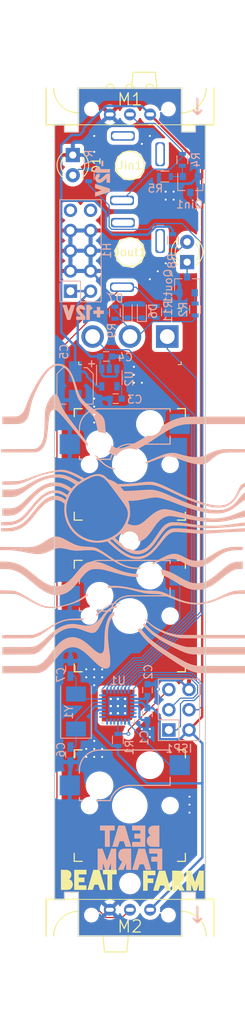
<source format=kicad_pcb>
(kicad_pcb (version 20221018) (generator pcbnew)
  (layers (0 "F.Cu" signal) (31 "B.Cu" signal) (36 "B.SilkS" user "B.Silkscreen") (37 "F.SilkS" user "F.Silkscreen") (38 "B.Mask" user) (39 "F.Mask" user) (44 "Edge.Cuts" user))
  (net 0 "")
  (net 1 "/OUT_GATE")
  (net 2 "/OUT_TRIGGER")
  (net 3 "/IN_SIGNAL")
  (net 4 "/BTN_CLR")
  (net 5 "GND")
  (net 6 "Net-(D1-Pad2)")
  (net 7 "Net-(D6-Pad1)")
  (net 8 "+5V")
  (net 9 "/RAW_SIGNAL")
  (net 10 "/IN_LED")
  (net 11 "/BTN_IN")
  (net 12 "Net-(C3-Pad1)")
  (net 13 "+12V")
  (net 14 "/BTN_REC")
  (net 15 "Net-(Dout1-Pad2)")
  (net 16 "Net-(Dout1-Pad1)")
  (net 17 "/ISP_RST")
  (net 18 "/ISP_MOSI")
  (net 19 "/ISP_SCK")
  (net 20 "/ISP_MISO")
  (net 21 "/OUTPUT")
  (net 22 "Net-(Qin1-Pad1)")
  (net 23 "Net-(Qout1-Pad1)")
  (net 24 "/RAW_OUTPUT")
  (net 25 "Net-(U1-Pad27)")
  (net 26 "Net-(U1-Pad26)")
  (net 27 "Net-(U1-Pad24)")
  (net 28 "Net-(U1-Pad23)")
  (net 29 "Net-(U1-Pad21)")
  (net 30 "Net-(U1-Pad20)")
  (net 31 "Net-(U1-Pad19)")
  (net 32 "Net-(C6-Pad2)")
  (net 33 "Net-(C7-Pad2)")
  (net 34 "Net-(H1-Pad9)")
  (net 35 "Net-(H1-Pad10)")
  (net 36 "Net-(U1-Pad2)")
  (net 37 "Net-(U1-Pad1)")
  (net 38 "Net-(U1-Pad28)")
  (footprint "chillpizza:LITTLE_BITS_MALE" (layer "F.Cu") (at 109.5 50 180)
    (fp_text reference "M1")
    (fp_text value "LITTLEBITS_MALE" hide)
  )
  (footprint "chillpizza:LITTLE_BITS_FEMALE" (layer "F.Cu") (at 109.5 156.5)
    (fp_text reference "M2")
    (fp_text value "LITTLEBITS_FEMALE" hide)
  )
  (footprint "MountingHole:MountingHole_2.2mm_M2" (layer "F.Cu") (at 109.5 149.91)
    (fp_text reference "REF**" hide)
    (fp_text value "MountingHole_2.2mm_M2")
  )
  (footprint "LEDs:LED_D3.0mm_FlatTop" (layer "F.Cu") (at 102.3 58.4 -90)
    (fp_text reference "D1")
    (fp_text value "LED")
  )
  (footprint "MountingHole:MountingHole_2.2mm_M2" (layer "F.Cu") (at 109.48 106.78)
    (fp_text reference "REF**" hide)
    (fp_text value "MountingHole_2.2mm_M2")
  )
  (footprint "chillpizza:Kailh_socket_MX_1.5v" (layer "F.Cu") (at 109.48 140.12)
    (fp_text reference "bin1" hide)
    (fp_text value "SW_SPST")
  )
  (footprint "chillpizza:Kailh_socket_MX" (layer "F.Cu") (at 109.48 116.3075)
    (fp_text reference "brec1" hide)
    (fp_text value "SW_SPST")
  )
  (footprint "chillpizza:schurter_3.5mm_mono_audio" (layer "F.Cu") (at 109.5 70.6 180)
    (fp_text reference "Jout1")
    (fp_text value "Thonk" hide)
  )
  (footprint "LEDs:LED_D3.0mm_FlatTop" (layer "F.Cu") (at 116.7 71.85 90)
    (fp_text reference "Dout1" hide)
    (fp_text value "LED")
  )
  (footprint "chillpizza:schurter_3.5mm_mono_audio" (layer "F.Cu") (at 109.5 59.7 180)
    (fp_text reference "Jin1")
    (fp_text value "Thonk" hide)
  )
  (footprint "chillpizza:Kailh_socket_MX" (layer "F.Cu") (at 109.48 97.2575)
    (fp_text reference "bclr1" hide)
    (fp_text value "SW_SPST")
  )
  (footprint "chillpizza:beat farm m2 split horizontal" (layer "F.Cu") (at 109.8 149.5)
    (fp_text reference "G***" hide)
    (fp_text value "LOGO" hide)
  )
  (footprint "digikey-footprints:Toggle_Switch_100SP1T1B4M2QE" (layer "F.Cu") (at 114.2 81.2 180)
    (fp_text reference "SELout1" hide)
    (fp_text value "SW_SPDT")
  )
  (footprint "Resistors_SMD:R_0603" (layer "B.Cu") (at 114.9 69.1 -90)
    (fp_text reference "R8")
    (fp_text value "1k")
  )
  (footprint "Resistors_SMD:R_0603" (layer "B.Cu") (at 104.3 60.95 90)
    (fp_text reference "R7")
    (fp_text value "1k")
  )
  (footprint "TO_SOT_Packages_SMD:SOT-23" (layer "B.Cu") (at 117.1 62.1 -90)
    (fp_text reference "Qin1")
    (fp_text value "MMBT3904")
  )
  (footprint "Resistors_SMD:R_0603" (layer "B.Cu") (at 113.9 61.1)
    (fp_text reference "R5")
    (fp_text value "1M")
  )
  (footprint "Resistors_SMD:R_0603" (layer "B.Cu") (at 116.1 59 90)
    (fp_text reference "R4")
    (fp_text value "100k")
  )
  (footprint "Crystals:Crystal_SMD_0603-2pin_6.0x3.5mm" (layer "B.Cu") (at 102.7 128.3 90)
    (fp_text reference "Y1")
    (fp_text value "20MHz")
  )
  (footprint "Package_DFN_QFN:VQFN-28-1EP_4x4mm_P0.45mm_EP2.4x2.4mm_ThermalVias" (layer "B.Cu") (at 107.98 127.62)
    (fp_text reference "U1")
    (fp_text value "ATmega328-MMH")
  )
  (footprint "Resistors_SMD:R_0603" (layer "B.Cu") (at 107.98 131.87 90)
    (fp_text reference "R1")
    (fp_text value "10kΩ")
  )
  (footprint "Pin_Headers:Pin_Header_Straight_2x03_Pitch2.54mm" (layer "B.Cu") (at 114.4 130.62)
    (fp_text reference "ISP1")
    (fp_text value "AVR-ISP-6")
  )
  (footprint "Capacitors_SMD:C_0603_HandSoldering" (layer "B.Cu") (at 102 122.9 -90)
    (fp_text reference "C7")
    (fp_text value "30pF")
  )
  (footprint "Capacitors_SMD:C_0603_HandSoldering" (layer "B.Cu") (at 102 133.7 90)
    (fp_text reference "C6")
    (fp_text value "30pF")
  )
  (footprint "Capacitors_SMD:C_0603" (layer "B.Cu") (at 111.7 125.62 -90)
    (fp_text reference "C2")
    (fp_text value "0.1μF")
  )
  (footprint "chillpizza:beat_love_waves" (layer "B.Cu") (at 108.565 104.046 180)
    (fp_text reference "G***" hide)
    (fp_text value "LOGO" hide)
  )
  (footprint "chillpizza:beat_love_sticker" (layer "B.Cu") (at 108.565 104.046 180)
    (fp_text reference "G***" hide)
    (fp_text value "LOGO" hide)
  )
  (footprint "Connector_PinHeader_2.54mm:PinHeader_2x05_P2.54mm_Vertical" (layer "B.Cu") (at 102 75.5)
    (fp_text reference "H1")
    (fp_text value "EURO_PWR_2x5")
  )
  (footprint "Resistors_SMD:R_0603" (layer "B.Cu") (at 112.8 78.1 -90)
    (fp_text reference "R11")
    (fp_text value "1k")
  )
  (footprint "Resistors_SMD:R_0603" (layer "B.Cu") (at 107.6 78.2 -90)
    (fp_text reference "R9")
    (fp_text value "1k")
  )
  (footprint "Resistors_SMD:R_0603" (layer "B.Cu") (at 117.7 77.8 90)
    (fp_text reference "R2")
    (fp_text value "100k")
  )
  (footprint "Diodes_SMD:D_0603" (layer "B.Cu") (at 109.2 78 90)
    (fp_text reference "D7")
    (fp_text value "D_Schottky")
  )
  (footprint "TO_SOT_Packages_SMD:SOT-23" (layer "B.Cu") (at 116.7 74.7 90)
    (fp_text reference "Qout1")
    (fp_text value "MMBT3904")
  )
  (footprint "Capacitors_SMD:CP_Elec_4x4.5" (layer "B.Cu") (at 102.6 87.4 -90)
    (fp_text reference "C5")
    (fp_text value "2.2μF")
  )
  (footprint "Capacitors_SMD:C_0603" (layer "B.Cu") (at 106.5 83.7)
    (fp_text reference "C4")
    (fp_text value "1μF")
  )
  (footprint "Capacitors_SMD:C_0603" (layer "B.Cu") (at 107.7 89 180)
    (fp_text reference "C3")
    (fp_text value "470pF")
  )
  (footprint "Capacitors_SMD:C_0603" (layer "B.Cu") (at 111.7 128.62 90)
    (fp_text reference "C1")
    (fp_text value "10μF")
  )
  (footprint "chillpizza:10-pin euro power label" (layer "B.Cu") (at 104 69.1 180)
    (fp_text reference "G***" hide)
    (fp_text value "LOGO" hide)
  )
  (footprint "chillpizza:beat farm vertical whole" (layer "B.Cu") (at 109.5 145.4 180)
    (fp_text reference "G***" hide)
    (fp_text value "LOGO" hide)
  )
  (footprint "TO_SOT_Packages_SMD:SOT-23-5" (layer "B.Cu") (at 106.9 86.35 -90)
    (fp_text reference "U2")
    (fp_text value "MIC5219-5.0YM5")
  )
  (footprint "Diodes_SMD:D_0603" (layer "B.Cu") (at 111 78 90)
    (fp_text reference "D6")
    (fp_text value "D_Zener")
  )
  (gr_poly (pts (xy 110 128.6) (xy 109.7 129.3) (xy 109.2 129.5) (xy 106 129.5) (xy 106 125.6) (xy 110 125.6)) (stroke (width 0.1)) (fill solid) (layer "F.Cu"))
  (gr_line (start 119 54.6) (end 119 151.9) (stroke (width 0.15)) (layer "Edge.Cuts"))
  (gr_line (start 116 156.5) (end 103 156.5) (stroke (width 0.15)) (layer "Edge.Cuts"))
  (gr_line (start 116 54.6) (end 116 55.5) (stroke (width 0.15)) (layer "Edge.Cuts"))
  (gr_line (start 116 151.9) (end 116 151) (stroke (width 0.15)) (layer "Edge.Cuts"))
  (gr_line (start 103 151.9) (end 103 151) (stroke (width 0.15)) (layer "Edge.Cuts"))
  (gr_line (start 101.25 151) (end 101.25 151.9) (stroke (width 0.15)) (layer "Edge.Cuts"))
  (gr_line (start 103 151.9) (end 103 156.5) (stroke (width 0.15)) (layer "Edge.Cuts"))
  (gr_line (start 103 55.5) (end 101.25 55.5) (stroke (width 0.15)) (layer "Edge.Cuts"))
  (gr_line (start 101.25 54.6) (end 100 54.6) (stroke (width 0.15)) (layer "Edge.Cuts"))
  (gr_line (start 100 151.9) (end 100 54.6) (stroke (width 0.15)) (layer "Edge.Cuts"))
  (gr_line (start 119 54.6) (end 117.75 54.6) (stroke (width 0.15)) (layer "Edge.Cuts"))
  (gr_line (start 117.75 55.5) (end 117.75 54.6) (stroke (width 0.15)) (layer "Edge.Cuts"))
  (gr_line (start 116 151.9) (end 116 156.5) (stroke (width 0.15)) (layer "Edge.Cuts"))
  (gr_line (start 119 151.9) (end 117.75 151.9) (stroke (width 0.15)) (layer "Edge.Cuts"))
  (gr_line (start 101.25 55.5) (end 101.25 54.6) (stroke (width 0.15)) (layer "Edge.Cuts"))
  (gr_line (start 100 151.9) (end 101.25 151.9) (stroke (width 0.15)) (layer "Edge.Cuts"))
  (gr_line (start 116 55.5) (end 117.75 55.5) (stroke (width 0.15)) (layer "Edge.Cuts"))
  (gr_line (start 116 151) (end 117.75 151) (stroke (width 0.15)) (layer "Edge.Cuts"))
  (gr_line (start 116 54.6) (end 116 50) (stroke (width 0.15)) (layer "Edge.Cuts"))
  (gr_line (start 103 151) (end 101.25 151) (stroke (width 0.15)) (layer "Edge.Cuts"))
  (gr_line (start 117.75 151) (end 117.75 151.9) (stroke (width 0.15)) (layer "Edge.Cuts"))
  (gr_line (start 103 54.6) (end 103 55.5) (stroke (width 0.15)) (layer "Edge.Cuts"))
  (gr_line (start 103 50) (end 116 50) (stroke (width 0.15)) (layer "Edge.Cuts"))
  (gr_line (start 103 50) (end 103 54.6) (stroke (width 0.15)) (layer "Edge.Cuts"))
  (segment (start 117.883219 86.460619) (end 117.883219 115.875141) (width 0.1524) (layer "B.Cu") (net 1))
  (segment (start 114.2 82.7774) (end 117.883219 86.460619) (width 0.1524) (layer "B.Cu") (net 1))
  (segment (start 107.53 125.27) (end 107.53 125.67) (width 0.1524) (layer "B.Cu") (net 1))
  (segment (start 110.315056 122.484944) (end 107.53 125.27) (width 0.1524) (layer "B.Cu") (net 1))
  (segment (start 114.2 81.2) (end 114.2 82.7774) (width 0.1524) (layer "B.Cu") (net 1))
  (segment (start 111.273417 122.484943) (end 110.315056 122.484944) (width 0.1524) (layer "B.Cu") (net 1))
  (segment (start 117.883219 115.875141) (end 111.273417 122.484943) (width 0.1524) (layer "B.Cu") (net 1))
  (segment (start 111.147159 122.180135) (end 110.169865 122.180135) (width 0.1524) (layer "B.Cu") (net 2))
  (segment (start 117.57841 115.748884) (end 111.147159 122.180135) (width 0.1524) (layer "B.Cu") (net 2))
  (segment (start 104.8 81.2) (end 106.453601 82.853601) (width 0.1524) (layer "B.Cu") (net 2))
  (segment (start 107.08 125.27) (end 107.08 125.67) (width 0.1524) (layer "B.Cu") (net 2))
  (segment (start 117.578411 91.049429) (end 117.57841 115.748884) (width 0.1524) (layer "B.Cu") (net 2))
  (segment (start 106.453601 82.853601) (end 109.382583 82.853601) (width 0.1524) (layer "B.Cu") (net 2))
  (segment (start 110.169865 122.180135) (end 107.08 125.27) (width 0.1524) (layer "B.Cu") (net 2))
  (segment (start 109.382583 82.853601) (end 117.578411 91.049429) (width 0.1524) (layer "B.Cu") (net 2))
  (segment (start 111.525931 123.094561) (end 110.605438 123.094562) (width 0.1524) (layer "B.Cu") (net 3))
  (segment (start 117.1 63.1) (end 117.1 63.7024) (width 0.1524) (layer "B.Cu") (net 3))
  (segment (start 118.683411 65.285811) (end 118.68341 115.937082) (width 0.1524) (layer "B.Cu") (net 3))
  (segment (start 117.1 63.7024) (end 118.683411 65.285811) (width 0.1524) (layer "B.Cu") (net 3))
  (segment (start 108.43 125.27) (end 108.43 125.67) (width 0.1524) (layer "B.Cu") (net 3))
  (segment (start 110.605438 123.094562) (end 108.43 125.27) (width 0.1524) (layer "B.Cu") (net 3))
  (segment (start 118.68341 115.937082) (end 111.525931 123.094561) (width 0.1524) (layer "B.Cu") (net 3))
  (segment (start 111.020903 121.875325) (end 110.043608 121.875326) (width 0.1524) (layer "B.Cu") (net 4))
  (segment (start 117.273601 115.622627) (end 111.020903 121.875325) (width 0.1524) (layer "B.Cu") (net 4))
  (segment (start 117.1974 92.1775) (end 117.273601 92.253701) (width 0.1524) (layer "B.Cu") (net 4))
  (segment (start 106.63 125.67) (end 106.63 125.47) (width 0.1524) (layer "B.Cu") (net 4))
  (segment (start 106.63 125.47) (end 106.7 125.4) (width 0.1524) (layer "B.Cu") (net 4))
  (segment (start 117.273601 92.253701) (end 117.273601 115.622627) (width 0.1524) (layer "B.Cu") (net 4))
  (segment (start 115.77 92.1775) (end 117.1974 92.1775) (width 0.1524) (layer "B.Cu") (net 4))
  (segment (start 106.7 125.4) (end 106.7 125.218934) (width 0.1524) (layer "B.Cu") (net 4))
  (segment (start 110.043608 121.875326) (end 106.7 125.218934) (width 0.1524) (layer "B.Cu") (net 4))
  (via (at 104 124) (size 0.508) (drill 0.254) (layers "F.Cu" "B.Cu") (net 5))
  (via (at 105 134) (size 0.508) (drill 0.254) (layers "F.Cu" "B.Cu") (net 5))
  (via (at 117 141) (size 0.508) (drill 0.254) (layers "F.Cu" "B.Cu") (net 5))
  (via (at 112 131.5) (size 0.508) (drill 0.254) (layers "F.Cu" "B.Cu") (net 5))
  (via (at 113 125.5) (size 0.508) (drill 0.254) (layers "F.Cu" "B.Cu") (net 5))
  (via (at 105 133) (size 0.508) (drill 0.254) (layers "F.Cu" "B.Cu") (net 5))
  (via (at 112 130.5) (size 0.508) (drill 0.254) (layers "F.Cu" "B.Cu") (net 5))
  (via (at 115 64) (size 0.508) (drill 0.254) (layers "F.Cu" "B.Cu") (net 5))
  (via (at 105 123) (size 0.508) (drill 0.254) (layers "F.Cu" "B.Cu") (net 5))
  (via (at 112 74) (size 0.508) (drill 0.254) (layers "F.Cu" "B.Cu") (net 5))
  (via (at 105 91) (size 0.508) (drill 0.254) (layers "F.Cu" "B.Cu") (net 5))
  (via (at 106 123) (size 0.508) (drill 0.254) (layers "F.Cu" "B.Cu") (net 5))
  (via (at 114 63) (size 0.508) (drill 0.254) (layers "F.Cu" "B.Cu") (net 5))
  (via (at 110 87) (size 0.508) (drill 0.254) (layers "F.Cu" "B.Cu") (net 5))
  (via (at 114 64) (size 0.508) (drill 0.254) (layers "F.Cu" "B.Cu") (net 5))
  (via (at 105 58) (size 0.508) (drill 0.254) (layers "F.Cu" "B.Cu") (net 5))
  (via (at 117 140) (size 0.508) (drill 0.254) (layers "F.Cu" "B.Cu") (net 5))
  (via (at 105 124) (size 0.508) (drill 0.254) (layers "F.Cu" "B.Cu") (net 5))
  (via (at 105 56) (size 0.508) (drill 0.254) (layers "F.Cu" "B.Cu") (net 5))
  (via (at 104 123) (size 0.508) (drill 0.254) (layers "F.Cu" "B.Cu") (net 5))
  (via (at 106 133) (size 0.508) (drill 0.254) (layers "F.Cu" "B.Cu") (net 5))
  (via (at 110 86) (size 0.508) (drill 0.254) (layers "F.Cu" "B.Cu") (net 5))
  (via (at 111 87) (size 0.508) (drill 0.254) (layers "F.Cu" "B.Cu") (net 5))
  (via (at 117 139) (size 0.508) (drill 0.254) (layers "F.Cu" "B.Cu") (net 5))
  (via (at 105 125) (size 0.508) (drill 0.254) (layers "F.Cu" "B.Cu") (net 5))
  (via (at 115 63) (size 0.508) (drill 0.254) (layers "F.Cu" "B.Cu") (net 5))
  (via (at 113 73) (size 0.508) (drill 0.254) (layers "F.Cu" "B.Cu") (net 5))
  (via (at 104 134) (size 0.508) (drill 0.254) (layers "F.Cu" "B.Cu") (net 5))
  (via (at 111 130.5) (size 0.508) (drill 0.254) (layers "F.Cu" "B.Cu") (net 5))
  (via (at 106 124) (size 0.508) (drill 0.254) (layers "F.Cu" "B.Cu") (net 5))
  (via (at 105 132) (size 0.508) (drill 0.254) (layers "F.Cu" "B.Cu") (net 5))
  (via (at 104 133) (size 0.508) (drill 0.254) (layers "F.Cu" "B.Cu") (net 5))
  (via (at 110 85) (size 0.508) (drill 0.254) (layers "F.Cu" "B.Cu") (net 5))
  (via (at 114 72) (size 0.508) (drill 0.254) (layers "F.Cu" "B.Cu") (net 5))
  (via (at 105 90) (size 0.508) (drill 0.254) (layers "F.Cu" "B.Cu") (net 5))
  (via (at 105 92) (size 0.508) (drill 0.254) (layers "F.Cu" "B.Cu") (net 5))
  (via (at 105 89) (size 0.508) (drill 0.254) (layers "F.Cu" "B.Cu") (net 5))
  (via (at 111 57) (size 0.508) (drill 0.254) (layers "F.Cu" "B.Cu") (net 5))
  (via (at 106 134) (size 0.508) (drill 0.254) (layers "F.Cu" "B.Cu") (net 5))
  (via (at 112 56) (size 0.508) (drill 0.254) (layers "F.Cu" "B.Cu") (net 5))
  (segment (start 102 121.95) (end 101.325 121.95) (width 0.3) (layer "B.Cu") (net 5))
  (segment (start 105.389999 74.241937) (end 105.389999 73.809999) (width 0.3) (layer "B.Cu") (net 5))
  (segment (start 100.5 133.825) (end 101.325 134.65) (width 0.3) (layer "B.Cu") (net 5))
  (segment (start 105.129477 127.61759) (end 106.03 127.61759) (width 0.3) (layer "B.Cu") (net 5))
  (segment (start 112.857401 124.387599) (end 112.375 124.87) (width 0.3) (layer "B.Cu") (net 5))
  (segment (start 111.025 129.37) (end 110.7 129.045) (width 0.3) (layer "B.Cu") (net 5))
  (segment (start 110.52241 127.62241) (end 109.93 127.62241) (width 0.3) (layer "B.Cu") (net 5))
  (segment (start 118.05 61.1) (end 118.05 61.15) (width 0.3) (layer "B.Cu") (net 5))
  (segment (start 116.94 125.54) (end 115.787599 124.387599) (width 0.3) (layer "B.Cu") (net 5))
  (segment (start 106.9 85.25) (end 106.9 84.05) (width 0.3) (layer "B.Cu") (net 5))
  (segment (start 104.6 131.825) (end 104.6 128.147067) (width 0.3) (layer "B.Cu") (net 5))
  (segment (start 107.050472 75.90241) (end 105.389999 74.241937) (width 0.3) (layer "B.Cu") (net 5))
  (segment (start 117.2 62) (end 113.3 62) (width 0.3) (layer "B.Cu") (net 5))
  (segment (start 104.6 128.147067) (end 105.129477 127.61759) (width 0.3) (layer "B.Cu") (net 5))
  (segment (start 118.05 61.15) (end 117.2 62) (width 0.3) (layer "B.Cu") (net 5))
  (segment (start 111 76.9) (end 109.45 76.9) (width 0.3) (layer "B.Cu") (net 5))
  (segment (start 109.2 77.15) (end 108.5 77.15) (width 0.3) (layer "B.Cu") (net 5))
  (segment (start 109.45 76.9) (end 109.2 77.15) (width 0.3) (layer "B.Cu") (net 5))
  (segment (start 105.389999 73.809999) (end 104.54 72.96) (width 0.3) (layer "B.Cu") (net 5))
  (segment (start 108.5 77.15) (end 107.25241 75.90241) (width 0.3) (layer "B.Cu") (net 5))
  (segment (start 113.15 61.85) (end 113.15 61.1) (width 0.3) (layer "B.Cu") (net 5))
  (segment (start 111.7 129.37) (end 111.025 129.37) (width 0.3) (layer "B.Cu") (net 5))
  (segment (start 106.9 84.05) (end 107.25 83.7) (width 0.3) (layer "B.Cu") (net 5))
  (segment (start 113.3 62) (end 113.15 61.85) (width 0.3) (layer "B.Cu") (net 5))
  (segment (start 107.25241 75.90241) (end 107.050472 75.90241) (width 0.3) (layer "B.Cu") (net 5))
  (segment (start 110.7 129.045) (end 110.7 127.8) (width 0.3) (layer "B.Cu") (net 5))
  (segment (start 115.787599 124.387599) (end 112.857401 124.387599) (width 0.3) (layer "B.Cu") (net 5))
  (segment (start 102 134.425) (end 104.6 131.825) (width 0.3) (layer "B.Cu") (net 5))
  (segment (start 101.325 121.95) (end 100.5 122.775) (width 0.3) (layer "B.Cu") (net 5))
  (segment (start 112.375 124.87) (end 111.7 124.87) (width 0.3) (layer "B.Cu") (net 5))
  (segment (start 102 134.65) (end 102 134.425) (width 0.3) (layer "B.Cu") (net 5))
  (segment (start 110.7 127.8) (end 110.52241 127.62241) (width 0.3) (layer "B.Cu") (net 5))
  (segment (start 100.5 122.775) (end 100.5 133.825) (width 0.3) (layer "B.Cu") (net 5))
  (segment (start 101.325 134.65) (end 102 134.65) (width 0.3) (layer "B.Cu") (net 5))
  (segment (start 103.04 60.2) (end 102.3 60.94) (width 0.1524) (layer "B.Cu") (net 6))
  (segment (start 104.3 60.2) (end 103.04 60.2) (width 0.1524) (layer "B.Cu") (net 6))
  (segment (start 108.6476 78.85) (end 109.2 78.85) (width 0.1524) (layer "B.Cu") (net 7))
  (segment (start 112.1976 78.85) (end 112.8 78.85) (width 0.1524) (layer "B.Cu") (net 7))
  (segment (start 107.6 77.8524) (end 108.5976 78.85) (width 0.1524) (layer "B.Cu") (net 7))
  (segment (start 111 79.1) (end 111.4024 79.1) (width 0.1524) (layer "B.Cu") (net 7))
  (segment (start 107.6 77.45) (end 107.6 77.8524) (width 0.1524) (layer "B.Cu") (net 7))
  (segment (start 110.75 78.85) (end 111 79.1) (width 0.1524) (layer "B.Cu") (net 7))
  (segment (start 109.2 78.85) (end 110.75 78.85) (width 0.1524) (layer "B.Cu") (net 7))
  (segment (start 111.4024 79.1) (end 111.6524 78.85) (width 0.1524) (layer "B.Cu") (net 7))
  (segment (start 111.6524 78.85) (end 112.1976 78.85) (width 0.1524) (layer "B.Cu") (net 7))
  (segment (start 108.5976 78.85) (end 108.6476 78.85) (width 0.1524) (layer "B.Cu") (net 7))
  (segment (start 118.62259 146.61741) (end 112.04 153.2) (width 0.3) (layer "F.Cu") (net 8))
  (segment (start 116.94 130.62) (end 118.62259 132.30259) (width 0.3) (layer "F.Cu") (net 8))
  (segment (start 118.62259 132.30259) (end 118.62259 146.61741) (width 0.3) (layer "F.Cu") (net 8))
  (segment (start 118.6 128.96) (end 116.94 130.62) (width 0.3) (layer "F.Cu") (net 8))
  (segment (start 112.04 53.3) (end 118.6 59.86) (width 0.3) (layer "F.Cu") (net 8))
  (segment (start 118.6 59.86) (end 118.6 128.96) (width 0.3) (layer "F.Cu") (net 8))
  (segment (start 105.2 130.59) (end 105.2 128.433938) (width 0.3) (layer "B.Cu") (net 8))
  (segment (start 118.62259 146.61741) (end 118.62259 137.32259) (width 0.3) (layer "B.Cu") (net 8))
  (segment (start 118.62259 137.32259) (end 111.635036 137.32259) (width 0.3) (layer "B.Cu") (net 8))
  (segment (start 100.847599 64.147599) (end 100.847599 57.152401) (width 0.3) (layer "B.Cu") (net 8))
  (segment (start 100.847599 80.662405) (end 100.847599 64.147599) (width 0.3) (layer "B.Cu") (net 8))
  (segment (start 113.308079 131.772401) (end 115.787599 131.772401) (width 0.3) (layer "B.Cu") (net 8))
  (segment (start 112.375 127.87) (end 113.247599 128.742599) (width 0.3) (layer "B.Cu") (net 8))
  (segment (start 107.29759 68.39759) (end 111.750472 68.39759) (width 0.3) (layer "B.Cu") (net 8))
  (segment (start 105.053153 64.147599) (end 106.49278 65.587226) (width 0.3) (layer "B.Cu") (net 8))
  (segment (start 105.563938 128.07) (end 105.63 128.07) (width 0.3) (layer "B.Cu") (net 8))
  (segment (start 100.847599 57.152401) (end 102.12259 55.87741) (width 0.3) (layer "B.Cu") (net 8))
  (segment (start 103.7 85.6) (end 102.6 85.6) (width 0.3) (layer "B.Cu") (net 8))
  (segment (start 107.23 132.62) (end 105.2 130.59) (width 0.3) (layer "B.Cu") (net 8))
  (segment (start 112.04 153.2) (end 118.62259 146.61741) (width 0.3) (layer "B.Cu") (net 8))
  (segment (start 111.35 126.72) (end 111.7 126.37) (width 0.3) (layer "B.Cu") (net 8))
  (segment (start 111.635036 137.32259) (end 107.98 133.667554) (width 0.3) (layer "B.Cu") (net 8))
  (segment (start 105.325 87.45) (end 104.1 86.225) (width 0.3) (layer "B.Cu") (net 8))
  (segment (start 118.62259 137.32259) (end 118.62259 132.30259) (width 0.3) (layer "B.Cu") (net 8))
  (segment (start 113.247599 128.742599) (end 113.247599 131.711921) (width 0.3) (layer "B.Cu") (net 8))
  (segment (start 102.6 85.6) (end 102.6 82.414806) (width 0.3) (layer "B.Cu") (net 8))
  (segment (start 105.2 128.433938) (end 105.563938 128.07) (width 0.3) (layer "B.Cu") (net 8))
  (segment (start 110.987599 52.247599) (end 111.290001 52.550001) (width 0.3) (layer "B.Cu") (net 8))
  (segment (start 114.49759 67.39759) (end 114.9 67.8) (width 0.3) (layer "B.Cu") (net 8))
  (segment (start 102.6 82.414806) (end 100.847599 80.662405) (width 0.3) (layer "B.Cu") (net 8))
  (segment (start 109.93 127.17) (end 111 127.17) (width 0.3) (layer "B.Cu") (net 8))
  (segment (start 105.63 128.07) (end 106.03 128.07) (width 0.3) (layer "B.Cu") (net 8))
  (segment (start 105.95 87.45) (end 105.325 87.45) (width 0.3) (layer "B.Cu") (net 8))
  (segment (start 113.247599 131.711921) (end 113.308079 131.772401) (width 0.3) (layer "B.Cu") (net 8))
  (segment (start 106.49278 67.59278) (end 107.29759 68.39759) (width 0.3) (layer "B.Cu") (net 8))
  (segment (start 116.090001 131.469999) (end 116.94 130.62) (width 0.3) (layer "B.Cu") (net 8))
  (segment (start 103.156328 55.87741) (end 103.672599 55.361139) (width 0.3) (layer "B.Cu") (net 8))
  (segment (start 111.290001 52.550001) (end 112.04 53.3) (width 0.3) (layer "B.Cu") (net 8))
  (segment (start 107.98 132.62) (end 107.23 132.62) (width 0.3) (layer "B.Cu") (net 8))
  (segment (start 111.7 126.37) (end 111.7 127.87) (width 0.3) (layer "B.Cu") (net 8))
  (segment (start 115.787599 131.772401) (end 116.090001 131.469999) (width 0.3) (layer "B.Cu") (net 8))
  (segment (start 111 127.17) (end 111.7 127.87) (width 0.3) (layer "B.Cu") (net 8))
  (segment (start 106.454847 52.247599) (end 110.987599 52.247599) (width 0.3) (layer "B.Cu") (net 8))
  (segment (start 111.7 127.87) (end 112.375 127.87) (width 0.3) (layer "B.Cu") (net 8))
  (segment (start 106.49278 65.587226) (end 106.49278 67.59278) (width 0.3) (layer "B.Cu") (net 8))
  (segment (start 104.1 86.225) (end 104.1 86) (width 0.3) (layer "B.Cu") (net 8))
  (segment (start 109.93 126.72) (end 111.35 126.72) (width 0.3) (layer "B.Cu") (net 8))
  (segment (start 111.750472 68.39759) (end 112.750472 67.39759) (width 0.3) (layer "B.Cu") (net 8))
  (segment (start 103.672599 55.361139) (end 103.672599 55.029847) (width 0.3) (layer "B.Cu") (net 8))
  (segment (start 114.9 67.8) (end 114.9 68.35) (width 0.3) (layer "B.Cu") (net 8))
  (segment (start 107.98 133.667554) (end 107.98 133.17) (width 0.3) (layer "B.Cu") (net 8))
  (segment (start 118.62259 132.30259) (end 116.94 130.62) (width 0.3) (layer "B.Cu") (net 8))
  (segment (start 100.847599 64.147599) (end 105.053153 64.147599) (width 0.3) (layer "B.Cu") (net 8))
  (segment (start 102.12259 55.87741) (end 103.156328 55.87741) (width 0.3) (layer "B.Cu") (net 8))
  (segment (start 103.672599 55.029847) (end 106.454847 52.247599) (width 0.3) (layer "B.Cu") (net 8))
  (segment (start 107.98 133.17) (end 107.98 132.62) (width 0.3) (layer "B.Cu") (net 8))
  (segment (start 112.750472 67.39759) (end 114.49759 67.39759) (width 0.3) (layer "B.Cu") (net 8))
  (segment (start 104.1 86) (end 103.7 85.6) (width 0.3) (layer "B.Cu") (net 8))
  (segment (start 109.5 53.3) (end 110.626201 54.426201) (width 0.1524) (layer "B.Cu") (net 9))
  (segment (start 112.678601 54.426201) (end 116.1 57.8476) (width 0.1524) (layer "B.Cu") (net 9))
  (segment (start 116.1 57.8476) (end 116.1 58.25) (width 0.1524) (layer "B.Cu") (net 9))
  (segment (start 114.57619 60.17621) (end 116.1 58.6524) (width 0.1524) (layer "B.Cu") (net 9))
  (segment (start 112.42379 60.17621) (end 114.57619 60.17621) (width 0.1524) (layer "B.Cu") (net 9))
  (segment (start 116.1 58.6524) (end 116.1 58.25) (width 0.1524) (layer "B.Cu") (net 9))
  (segment (start 110.626201 54.426201) (end 112.678601 54.426201) (width 0.1524) (layer "B.Cu") (net 9))
  (segment (start 108.5 64.1) (end 112.42379 60.17621) (width 0.1524) (layer "B.Cu") (net 9))
  (segment (start 104.3 61.7) (end 104.3 62.14757) (width 0.1524) (layer "B.Cu") (net 10))
  (segment (start 110.460247 122.789753) (end 107.98 125.27) (width 0.1524) (layer "B.Cu") (net 10))
  (segment (start 107.98 125.27) (end 107.98 125.67) (width 0.1524) (layer "B.Cu") (net 10))
  (segment (start 112.6 67) (end 116.06033 67) (width 0.1524) (layer "B.Cu") (net 10))
  (segment (start 107.18104 67.72861) (end 111.87139 67.72861) (width 0.1524) (layer "B.Cu") (net 10))
  (segment (start 111.87139 67.72861) (end 112.6 67) (width 0.1524) (layer "B.Cu") (net 10))
  (segment (start 111.399673 122.789753) (end 110.460247 122.789753) (width 0.1524) (layer "B.Cu") (net 10))
  (segment (start 118.378601 69.318271) (end 118.378601 115.810825) (width 0.1524) (layer "B.Cu") (net 10))
  (segment (start 118.378601 115.810825) (end 111.399673 122.789753) (width 0.1524) (layer "B.Cu") (net 10))
  (segment (start 116.06033 67) (end 118.378601 69.318271) (width 0.1524) (layer "B.Cu") (net 10))
  (segment (start 106.87139 67.41896) (end 107.18104 67.72861) (width 0.1524) (layer "B.Cu") (net 10))
  (segment (start 104.3 62.14757) (end 106.87139 64.71896) (width 0.1524) (layer "B.Cu") (net 10))
  (segment (start 106.87139 64.71896) (end 106.87139 67.41896) (width 0.1524) (layer "B.Cu") (net 10))
  (segment (start 115.77 135.04) (end 114.54 135.04) (width 0.1524) (layer "B.Cu") (net 11))
  (segment (start 114.54 135.04) (end 109.455 129.955) (width 0.1524) (layer "B.Cu") (net 11))
  (segment (start 109.455 129.57) (end 109.33 129.57) (width 0.1524) (layer "B.Cu") (net 11))
  (segment (start 109.455 129.955) (end 109.455 129.57) (width 0.1524) (layer "B.Cu") (net 11))
  (segment (start 108.3274 87.45) (end 107.85 87.45) (width 0.1524) (layer "B.Cu") (net 12))
  (segment (start 108.45 89) (end 108.45 87.5726) (width 0.1524) (layer "B.Cu") (net 12))
  (segment (start 108.45 87.5726) (end 108.3274 87.45) (width 0.1524) (layer "B.Cu") (net 12))
  (segment (start 104.524998 83.7) (end 105.05 83.7) (width 0.3) (layer "B.Cu") (net 13))
  (segment (start 102.924999 82.100001) (end 104.524998 83.7) (width 0.3) (layer "B.Cu") (net 13))
  (segment (start 105.05 83.7) (end 105.75 83.7) (width 0.3) (layer "B.Cu") (net 13))
  (segment (start 104.54 75.5) (end 102.924999 77.115001) (width 0.3) (layer "B.Cu") (net 13))
  (segment (start 104.54 75.5) (end 102 75.5) (width 0.3) (layer "B.Cu") (net 13))
  (segment (start 105.95 85.965002) (end 106.214999 86.230001) (width 0.3) (layer "B.Cu") (net 13))
  (segment (start 107.699999 86.230001) (end 107.85 86.08) (width 0.3) (layer "B.Cu") (net 13))
  (segment (start 106.214999 86.230001) (end 107.699999 86.230001) (width 0.3) (layer "B.Cu") (net 13))
  (segment (start 105.75 83.7) (end 105.75 85.05) (width 0.3) (layer "B.Cu") (net 13))
  (segment (start 102.924999 77.115001) (end 102.924999 82.100001) (width 0.3) (layer "B.Cu") (net 13))
  (segment (start 105.75 85.05) (end 105.95 85.25) (width 0.3) (layer "B.Cu") (net 13))
  (segment (start 107.85 86.08) (end 107.85 85.25) (width 0.3) (layer "B.Cu") (net 13))
  (segment (start 105.95 85.25) (end 105.95 85.965002) (width 0.3) (layer "B.Cu") (net 13))
  (segment (start 115.77 111.2275) (end 115.77 116.695162) (width 0.1524) (layer "B.Cu") (net 14))
  (segment (start 115.77 116.695162) (end 110.894645 121.570517) (width 0.1524) (layer "B.Cu") (net 14))
  (segment (start 106.03 125.457868) (end 106.03 126.27) (width 0.1524) (layer "B.Cu") (net 14))
  (segment (start 110.894645 121.570517) (end 109.917351 121.570517) (width 0.1524) (layer "B.Cu") (net 14))
  (segment (start 109.917351 121.570517) (end 106.03 125.457868) (width 0.1524) (layer "B.Cu") (net 14))
  (segment (start 116.7 69.31) (end 115.800001 70.209999) (width 0.1524) (layer "B.Cu") (net 15))
  (segment (start 115.259999 70.209999) (end 114.9 69.85) (width 0.1524) (layer "B.Cu") (net 15))
  (segment (start 115.800001 70.209999) (end 115.259999 70.209999) (width 0.1524) (layer "B.Cu") (net 15))
  (segment (start 116.7 73.7) (end 116.7 73.0976) (width 0.1524) (layer "B.Cu") (net 16))
  (segment (start 116.7 73.0976) (end 116.7 71.85) (width 0.1524) (layer "B.Cu") (net 16))
  (segment (start 109.3 130.64) (end 109.3 131.1) (width 0.1524) (layer "F.Cu") (net 17))
  (segment (start 114.4 125.54) (end 109.3 130.64) (width 0.1524) (layer "F.Cu") (net 17))
  (via (at 109.3 131.1) (size 0.508) (drill 0.254) (layers "F.Cu" "B.Cu") (net 17))
  (segment (start 107.98 131.12) (end 107.98 130.7176) (width 0.1524) (layer "B.Cu") (net 17))
  (segment (start 108 131.1) (end 107.98 131.12) (width 0.1524) (layer "B.Cu") (net 17))
  (segment (start 109.3 131.1) (end 108 131.1) (width 0.1524) (layer "B.Cu") (net 17))
  (segment (start 107.98 130.7176) (end 107.98 129.57) (width 0.1524) (layer "B.Cu") (net 17))
  (segment (start 108.88 125.27) (end 108.88 125.67) (width 0.1524) (layer "B.Cu") (net 18))
  (segment (start 117.257833 123.399371) (end 110.750629 123.399371) (width 0.1524) (layer "B.Cu") (net 18))
  (segment (start 116.94 128.08) (end 118.142081 128.08) (width 0.1524) (layer "B.Cu") (net 18))
  (segment (start 118.142081 128.08) (end 118.628219 127.593861) (width 0.1524) (layer "B.Cu") (net 18))
  (segment (start 118.628219 127.593861) (end 118.628219 124.769757) (width 0.1524) (layer "B.Cu") (net 18))
  (segment (start 110.750629 123.399371) (end 108.88 125.27) (width 0.1524) (layer "B.Cu") (net 18))
  (segment (start 118.628219 124.769757) (end 117.257833 123.399371) (width 0.1524) (layer "B.Cu") (net 18))
  (segment (start 117.457729 126.618601) (end 118.018601 126.057729) (width 0.1524) (layer "B.Cu") (net 19))
  (segment (start 118.018601 125.022271) (end 117.005319 124.008989) (width 0.1524) (layer "B.Cu") (net 19))
  (segment (start 117.005319 124.008989) (end 111.374529 124.008989) (width 0.1524) (layer "B.Cu") (net 19))
  (segment (start 115.861399 126.618601) (end 117.457729 126.618601) (width 0.1524) (layer "B.Cu") (net 19))
  (segment (start 114.4 128.08) (end 115.861399 126.618601) (width 0.1524) (layer "B.Cu") (net 19))
  (segment (start 109.93 126.145) (end 109.93 126.27) (width 0.1524) (layer "B.Cu") (net 19))
  (segment (start 111.374529 124.008989) (end 109.93 125.453518) (width 0.1524) (layer "B.Cu") (net 19))
  (segment (start 109.93 125.453518) (end 109.93 126.145) (width 0.1524) (layer "B.Cu") (net 19))
  (segment (start 118.018601 126.057729) (end 118.018601 125.022271) (width 0.1524) (layer "B.Cu") (net 19))
  (segment (start 118.32341 124.896014) (end 117.131576 123.70418) (width 0.1524) (layer "B.Cu") (net 20))
  (segment (start 117.583986 126.92341) (end 118.323411 126.183985) (width 0.1524) (layer "B.Cu") (net 20))
  (segment (start 115.861399 130.161001) (end 115.861399 127.338601) (width 0.1524) (layer "B.Cu") (net 20))
  (segment (start 115.4024 130.62) (end 115.861399 130.161001) (width 0.1524) (layer "B.Cu") (net 20))
  (segment (start 109.33 125.27) (end 109.33 125.67) (width 0.1524) (layer "B.Cu") (net 20))
  (segment (start 116.276589 126.923411) (end 117.583986 126.92341) (width 0.1524) (layer "B.Cu") (net 20))
  (segment (start 115.861399 127.338601) (end 116.276589 126.923411) (width 0.1524) (layer "B.Cu") (net 20))
  (segment (start 118.323411 126.183985) (end 118.32341 124.896014) (width 0.1524) (layer "B.Cu") (net 20))
  (segment (start 114.4 130.62) (end 115.4024 130.62) (width 0.1524) (layer "B.Cu") (net 20))
  (segment (start 117.131576 123.70418) (end 110.89582 123.70418) (width 0.1524) (layer "B.Cu") (net 20))
  (segment (start 110.89582 123.70418) (end 109.33 125.27) (width 0.1524) (layer "B.Cu") (net 20))
  (segment (start 100.30361 83.19639) (end 108.5 75) (width 0.1524) (layer "F.Cu") (net 21))
  (segment (start 103.5 151.18833) (end 103.5 150.4) (width 0.1524) (layer "F.Cu") (net 21))
  (segment (start 108.521399 154.178601) (end 106.490271 154.178601) (width 0.1524) (layer "F.Cu") (net 21))
  (segment (start 109.5 153.2) (end 108.521399 154.178601) (width 0.1524) (layer "F.Cu") (net 21))
  (segment (start 103.5 150.4) (end 100.30361 147.20361) (width 0.1524) (layer "F.Cu") (net 21))
  (segment (start 106.490271 154.178601) (end 103.5 151.18833) (width 0.1524) (layer "F.Cu") (net 21))
  (segment (start 100.30361 147.20361) (end 100.30361 83.19639) (width 0.1524) (layer "F.Cu") (net 21))
  (segment (start 110.2524 75) (end 110 75) (width 0.1524) (layer "B.Cu") (net 21))
  (segment (start 110 75) (end 108.5 75) (width 0.1524) (layer "B.Cu") (net 21))
  (segment (start 112.8 77.35) (end 112.6024 77.35) (width 0.1524) (layer "B.Cu") (net 21))
  (segment (start 112.6024 77.35) (end 110.2524 75) (width 0.1524) (layer "B.Cu") (net 21))
  (segment (start 116.15 61.1) (end 114.65 61.1) (width 0.1524) (layer "B.Cu") (net 22))
  (segment (start 116.1 59.75) (end 116.1 61.05) (width 0.1524) (layer "B.Cu") (net 22))
  (segment (start 116.1 61.05) (end 116.15 61.1) (width 0.1524) (layer "B.Cu") (net 22))
  (segment (start 117.65 75.7) (end 117.65 77) (width 0.1524) (layer "B.Cu") (net 23))
  (segment (start 117.65 77) (end 117.7 77.05) (width 0.1524) (layer "B.Cu") (net 23))
  (segment (start 107.6 78.95) (end 108.2024 78.95) (width 0.1524) (layer "B.Cu") (net 24))
  (segment (start 117.7 78.55) (end 117.7 78.9524) (width 0.1524) (layer "B.Cu") (net 24))
  (segment (start 117.323799 79.328601) (end 112.371399 79.328601) (width 0.1524) (layer "B.Cu") (net 24))
  (segment (start 110.9 80.8) (end 109.9 80.8) (width 0.1524) (layer "B.Cu") (net 24))
  (segment (start 109.5 80.2476) (end 109.5 81.2) (width 0.1524) (layer "B.Cu") (net 24))
  (segment (start 112.371399 79.328601) (end 110.9 80.8) (width 0.1524) (layer "B.Cu") (net 24))
  (segment (start 109.9 80.8) (end 109.5 81.2) (width 0.1524) (layer "B.Cu") (net 24))
  (segment (start 117.7 78.9524) (end 117.323799 79.328601) (width 0.1524) (layer "B.Cu") (net 24))
  (segment (start 108.2024 78.95) (end 109.5 80.2476) (width 0.1524) (layer "B.Cu") (net 24))
  (segment (start 102.7 130.5) (end 102.7 132.5774) (width 0.1524) (layer "B.Cu") (net 32))
  (segment (start 104.9276 127.17) (end 102.7 129.3976) (width 0.1524) (layer "B.Cu") (net 32))
  (segment (start 102.5274 132.75) (end 102 132.75) (width 0.1524) (layer "B.Cu") (net 32))
  (segment (start 106.03 127.17) (end 104.9276 127.17) (width 0.1524) (layer "B.Cu") (net 32))
  (segment (start 102.7 132.5774) (end 102.5274 132.75) (width 0.1524) (layer "B.Cu") (net 32))
  (segment (start 102.7 129.3976) (end 102.7 130.5) (width 0.1524) (layer "B.Cu") (net 32))
  (segment (start 102.7 126.1) (end 102.7 124.0226) (width 0.1524) (layer "B.Cu") (net 33))
  (segment (start 103.32 126.72) (end 102.7 126.1) (width 0.1524) (layer "B.Cu") (net 33))
  (segment (start 102.7 124.0226) (end 102.5274 123.85) (width 0.1524) (layer "B.Cu") (net 33))
  (segment (start 102.5274 123.85) (end 102 123.85) (width 0.1524) (layer "B.Cu") (net 33))
  (segment (start 106.03 126.72) (end 103.32 126.72) (width 0.1524) (layer "B.Cu") (net 33))
  (zone (net 5) (net_name "GND") (layer "F.Cu") (connect_pads (clearance 0.508)) (min_thickness 0.254) (fill yes (thermal_gap 0.508) (thermal_bridge_width 0.508))
    (polygon (pts (xy 120.6 158.4) (xy 98.2 158.4) (xy 98.2 48.6) (xy 120.6 48.6)))
  )
  (zone (net 0) (net_name "") (layers "F&B.Cu") (connect_pads (clearance 0)) (min_thickness 0.254)
    (keepout (tracks not_allowed) (vias not_allowed) (pads allowed) (copperpour not_allowed) (footprints allowed))
    (fill (thermal_gap 0.508) (thermal_bridge_width 0.508))
    (polygon (pts (xy 110.5 68.9) (xy 111.2 69.6) (xy 111.5 70.7) (xy 111 71.9) (xy 109.9 72.6) (xy 108.6 72.4) (xy 107.8 71.7) (xy 107.5 70.4) (xy 108.2 69) (xy 109.4 68.7)))
  )
  (zone (net 0) (net_name "") (layers "F&B.Cu") (connect_pads (clearance 0)) (min_thickness 0.254)
    (keepout (tracks not_allowed) (vias not_allowed) (pads allowed) (copperpour not_allowed) (footprints allowed))
    (fill (thermal_gap 0.508) (thermal_bridge_width 0.508))
    (polygon (pts (xy 110.3 57.9) (xy 110.9 58.3) (xy 111.5 59.4) (xy 111.3 60.5) (xy 110.8 61.3) (xy 109.5 61.6) (xy 108.7 61.5) (xy 108 60.9) (xy 107.6 60.4) (xy 107.6 59.4) (xy 107.9 58.6) (xy 108.6 58) (xy 109.5 57.8)))
  )
  (zone (net 5) (net_name "GND") (layer "B.Cu") (connect_pads (clearance 0.508)) (min_thickness 0.254) (fill yes (thermal_gap 0.508) (thermal_bridge_width 0.508))
    (polygon (pts (xy 120.6 158.4) (xy 98.2 158.4) (xy 98.2 48.6) (xy 120.6 48.6)))
  )
)
</source>
